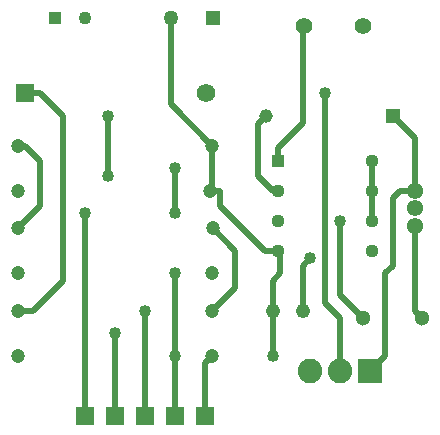
<source format=gbr>
G04 DesignSpark PCB Gerber Version 10.0 Build 5299*
%FSLAX35Y35*%
%MOIN*%
%ADD126R,0.04331X0.04331*%
%ADD120R,0.04449X0.04449*%
%ADD130R,0.04528X0.04528*%
%ADD122R,0.05020X0.05020*%
%ADD19R,0.06000X0.06000*%
%ADD128R,0.06201X0.06201*%
%ADD132R,0.08209X0.08209*%
%ADD97C,0.02000*%
%ADD14C,0.04000*%
%ADD127C,0.04331*%
%ADD121C,0.04449*%
%ADD131C,0.04528*%
%ADD21C,0.04724*%
%ADD125C,0.04791*%
%ADD123C,0.05020*%
%ADD124C,0.05118*%
%ADD134C,0.05437*%
%ADD20C,0.05512*%
%ADD129C,0.06201*%
%ADD133C,0.08209*%
X0Y0D02*
D02*
D14*
X28100Y80600D03*
X35600Y93100D03*
Y113100D03*
X38100Y40600D03*
X48100Y48100D03*
X58100Y33100D03*
Y60600D03*
Y80600D03*
Y95600D03*
X90600Y33100D03*
X103100Y65600D03*
X108100Y120600D03*
X113100Y78100D03*
D02*
D19*
X28100Y13100D03*
X38100D03*
X48100D03*
X58100D03*
X68100D03*
D02*
D20*
X100915Y143100D03*
X120600D03*
D02*
D21*
X5600Y33100D03*
Y48100D03*
Y60600D03*
Y88100D03*
Y103100D03*
X5639Y75600D03*
X69773Y88100D03*
X70561Y33100D03*
Y48100D03*
Y60600D03*
Y103100D03*
X70600Y75600D03*
D02*
D97*
X5600Y48100D02*
X10600D01*
X20600Y58100D01*
Y113100D01*
X13100Y120600D01*
X8100D01*
X5600Y103100D02*
X8100D01*
X13100Y98100D01*
Y83061D01*
X5639Y75600D01*
X28100Y13100D02*
Y80600D01*
X35600Y93100D02*
Y113100D01*
X38100Y13100D02*
Y40600D01*
X48100Y13100D02*
Y48100D01*
X56820Y145600D02*
Y116840D01*
X70561Y103100D01*
X58100Y13100D02*
Y33100D01*
Y60600D01*
Y80600D02*
Y95600D01*
X68100Y13100D02*
Y30639D01*
X70561Y33100D01*
X69773Y88100D02*
X73100D01*
Y83100D01*
X88100Y68100D01*
X92470D01*
X70561Y103100D02*
Y88887D01*
X69773Y88100D01*
X70600Y75600D02*
X78100Y68100D01*
Y55639D01*
X70561Y48100D01*
X90600Y33100D02*
Y48100D01*
Y58100D01*
X93100Y60600D01*
Y67470D01*
X92470Y68100D01*
Y88100D02*
X90600D01*
X85600Y93100D01*
Y110226D01*
X88474Y113100D01*
X92470Y98100D02*
Y102470D01*
X100600Y110600D01*
Y142785D01*
X100915Y143100D01*
X100600Y48100D02*
Y63100D01*
X103100Y65600D01*
X113100Y28100D02*
Y45600D01*
X108100Y50600D01*
Y120600D01*
X113100Y78100D02*
Y53257D01*
X120757Y45600D01*
X123100Y28100D02*
X128100Y33100D01*
Y60600D01*
X130600Y63100D01*
Y85600D01*
X133100Y88100D01*
X138100D01*
X123730D02*
Y78100D01*
Y98100D02*
Y88100D01*
X138100Y76289D02*
Y47943D01*
X140443Y45600D01*
X138100Y88100D02*
Y105600D01*
X130600Y113100D01*
D02*
D120*
X92470Y98100D03*
D02*
D121*
Y68100D03*
Y78100D03*
Y88100D03*
X123730Y68100D03*
Y78100D03*
Y88100D03*
Y98100D03*
D02*
D122*
X70600Y145600D03*
D02*
D123*
X56820D03*
D02*
D124*
X120757Y45600D03*
X140443D03*
D02*
D125*
X90600Y48100D03*
X100600D03*
D02*
D126*
X18100Y145600D03*
D02*
D127*
X27943D03*
D02*
D128*
X8100Y120600D03*
D02*
D129*
X68336D03*
D02*
D130*
X130600Y113100D03*
D02*
D131*
X88474D03*
D02*
D132*
X123100Y28100D03*
D02*
D133*
X103100D03*
X113100D03*
D02*
D134*
X138100Y76289D03*
Y82194D03*
Y88100D03*
X0Y0D02*
M02*

</source>
